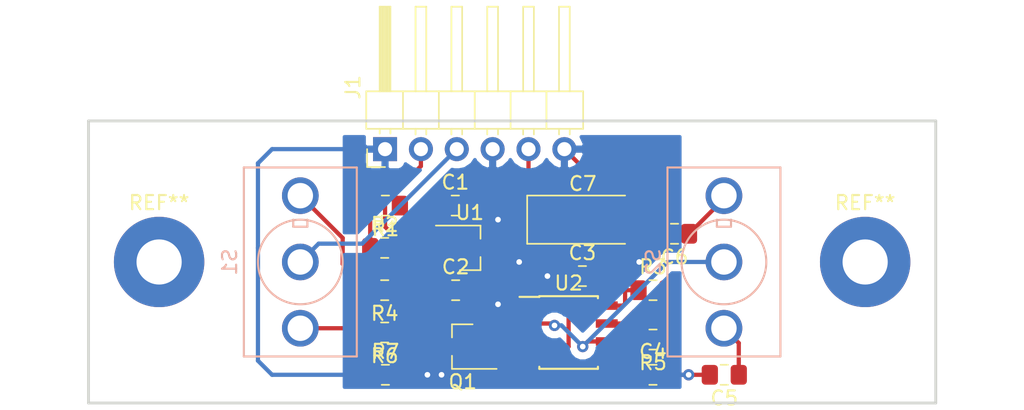
<source format=kicad_pcb>
(kicad_pcb (version 20171130) (host pcbnew 5.0.1+dfsg1-2~bpo9+1)

  (general
    (thickness 1.6)
    (drawings 6)
    (tracks 140)
    (zones 0)
    (modules 22)
    (nets 15)
  )

  (page A4)
  (layers
    (0 F.Cu signal)
    (31 B.Cu signal)
    (32 B.Adhes user)
    (33 F.Adhes user)
    (34 B.Paste user)
    (35 F.Paste user)
    (36 B.SilkS user)
    (37 F.SilkS user)
    (38 B.Mask user)
    (39 F.Mask user)
    (40 Dwgs.User user)
    (41 Cmts.User user)
    (42 Eco1.User user)
    (43 Eco2.User user)
    (44 Edge.Cuts user)
    (45 Margin user)
    (46 B.CrtYd user)
    (47 F.CrtYd user)
    (48 B.Fab user)
    (49 F.Fab user)
  )

  (setup
    (last_trace_width 0.3)
    (trace_clearance 0.2)
    (zone_clearance 0.508)
    (zone_45_only no)
    (trace_min 0.2)
    (segment_width 0.2)
    (edge_width 0.15)
    (via_size 0.8)
    (via_drill 0.4)
    (via_min_size 0.4)
    (via_min_drill 0.3)
    (uvia_size 0.3)
    (uvia_drill 0.1)
    (uvias_allowed no)
    (uvia_min_size 0.2)
    (uvia_min_drill 0.1)
    (pcb_text_width 0.3)
    (pcb_text_size 1.5 1.5)
    (mod_edge_width 0.15)
    (mod_text_size 1 1)
    (mod_text_width 0.15)
    (pad_size 1.524 1.524)
    (pad_drill 0.762)
    (pad_to_mask_clearance 0.2)
    (solder_mask_min_width 0.25)
    (aux_axis_origin 0 0)
    (visible_elements FFFFFF7F)
    (pcbplotparams
      (layerselection 0x010fc_ffffffff)
      (usegerberextensions false)
      (usegerberattributes false)
      (usegerberadvancedattributes false)
      (creategerberjobfile false)
      (excludeedgelayer true)
      (linewidth 0.100000)
      (plotframeref false)
      (viasonmask false)
      (mode 1)
      (useauxorigin false)
      (hpglpennumber 1)
      (hpglpenspeed 20)
      (hpglpendiameter 15.000000)
      (psnegative false)
      (psa4output false)
      (plotreference true)
      (plotvalue true)
      (plotinvisibletext false)
      (padsonsilk false)
      (subtractmaskfromsilk false)
      (outputformat 1)
      (mirror false)
      (drillshape 1)
      (scaleselection 1)
      (outputdirectory ""))
  )

  (net 0 "")
  (net 1 +5V)
  (net 2 "Net-(C2-Pad1)")
  (net 3 GND)
  (net 4 "Net-(C4-Pad1)")
  (net 5 "Net-(C5-Pad1)")
  (net 6 "Net-(C6-Pad1)")
  (net 7 "Net-(Q1-Pad1)")
  (net 8 "Net-(R1-Pad2)")
  (net 9 "Net-(R3-Pad2)")
  (net 10 "Net-(R4-Pad2)")
  (net 11 "Net-(R5-Pad2)")
  (net 12 "Net-(R6-Pad2)")
  (net 13 "Net-(J1-Pad2)")
  (net 14 "Net-(J1-Pad3)")

  (net_class Default "Это класс цепей по умолчанию."
    (clearance 0.2)
    (trace_width 0.3)
    (via_dia 0.8)
    (via_drill 0.4)
    (uvia_dia 0.3)
    (uvia_drill 0.1)
    (add_net +5V)
    (add_net GND)
    (add_net "Net-(C2-Pad1)")
    (add_net "Net-(C4-Pad1)")
    (add_net "Net-(C5-Pad1)")
    (add_net "Net-(C6-Pad1)")
    (add_net "Net-(J1-Pad2)")
    (add_net "Net-(J1-Pad3)")
    (add_net "Net-(Q1-Pad1)")
    (add_net "Net-(R1-Pad2)")
    (add_net "Net-(R3-Pad2)")
    (add_net "Net-(R4-Pad2)")
    (add_net "Net-(R5-Pad2)")
    (add_net "Net-(R6-Pad2)")
  )

  (module Capacitor_SMD:C_0805_2012Metric_Pad1.15x1.40mm_HandSolder (layer F.Cu) (tedit 5B36C52B) (tstamp 5BFAF43A)
    (at 105.975 46)
    (descr "Capacitor SMD 0805 (2012 Metric), square (rectangular) end terminal, IPC_7351 nominal with elongated pad for handsoldering. (Body size source: https://docs.google.com/spreadsheets/d/1BsfQQcO9C6DZCsRaXUlFlo91Tg2WpOkGARC1WS5S8t0/edit?usp=sharing), generated with kicad-footprint-generator")
    (tags "capacitor handsolder")
    (path /5BD81892)
    (attr smd)
    (fp_text reference C1 (at 0 -1.65) (layer F.SilkS)
      (effects (font (size 1 1) (thickness 0.15)))
    )
    (fp_text value 0,1 (at 0 1.65) (layer F.Fab)
      (effects (font (size 1 1) (thickness 0.15)))
    )
    (fp_line (start -1 0.6) (end -1 -0.6) (layer F.Fab) (width 0.1))
    (fp_line (start -1 -0.6) (end 1 -0.6) (layer F.Fab) (width 0.1))
    (fp_line (start 1 -0.6) (end 1 0.6) (layer F.Fab) (width 0.1))
    (fp_line (start 1 0.6) (end -1 0.6) (layer F.Fab) (width 0.1))
    (fp_line (start -0.261252 -0.71) (end 0.261252 -0.71) (layer F.SilkS) (width 0.12))
    (fp_line (start -0.261252 0.71) (end 0.261252 0.71) (layer F.SilkS) (width 0.12))
    (fp_line (start -1.85 0.95) (end -1.85 -0.95) (layer F.CrtYd) (width 0.05))
    (fp_line (start -1.85 -0.95) (end 1.85 -0.95) (layer F.CrtYd) (width 0.05))
    (fp_line (start 1.85 -0.95) (end 1.85 0.95) (layer F.CrtYd) (width 0.05))
    (fp_line (start 1.85 0.95) (end -1.85 0.95) (layer F.CrtYd) (width 0.05))
    (fp_text user %R (at 0 0) (layer F.Fab)
      (effects (font (size 0.5 0.5) (thickness 0.08)))
    )
    (pad 1 smd roundrect (at -1.025 0) (size 1.15 1.4) (layers F.Cu F.Paste F.Mask) (roundrect_rratio 0.217391)
      (net 1 +5V))
    (pad 2 smd roundrect (at 1.025 0) (size 1.15 1.4) (layers F.Cu F.Paste F.Mask) (roundrect_rratio 0.217391)
      (net 3 GND))
    (model ${KISYS3DMOD}/Capacitor_SMD.3dshapes/C_0805_2012Metric.wrl
      (at (xyz 0 0 0))
      (scale (xyz 1 1 1))
      (rotate (xyz 0 0 0))
    )
  )

  (module Capacitor_SMD:C_0805_2012Metric_Pad1.15x1.40mm_HandSolder (layer F.Cu) (tedit 5B36C52B) (tstamp 5BFAF3AA)
    (at 106 52)
    (descr "Capacitor SMD 0805 (2012 Metric), square (rectangular) end terminal, IPC_7351 nominal with elongated pad for handsoldering. (Body size source: https://docs.google.com/spreadsheets/d/1BsfQQcO9C6DZCsRaXUlFlo91Tg2WpOkGARC1WS5S8t0/edit?usp=sharing), generated with kicad-footprint-generator")
    (tags "capacitor handsolder")
    (path /5BD754D6)
    (attr smd)
    (fp_text reference C2 (at 0 -1.65) (layer F.SilkS)
      (effects (font (size 1 1) (thickness 0.15)))
    )
    (fp_text value 0,1 (at 0 1.65) (layer F.Fab)
      (effects (font (size 1 1) (thickness 0.15)))
    )
    (fp_text user %R (at 0 0) (layer F.Fab)
      (effects (font (size 0.5 0.5) (thickness 0.08)))
    )
    (fp_line (start 1.85 0.95) (end -1.85 0.95) (layer F.CrtYd) (width 0.05))
    (fp_line (start 1.85 -0.95) (end 1.85 0.95) (layer F.CrtYd) (width 0.05))
    (fp_line (start -1.85 -0.95) (end 1.85 -0.95) (layer F.CrtYd) (width 0.05))
    (fp_line (start -1.85 0.95) (end -1.85 -0.95) (layer F.CrtYd) (width 0.05))
    (fp_line (start -0.261252 0.71) (end 0.261252 0.71) (layer F.SilkS) (width 0.12))
    (fp_line (start -0.261252 -0.71) (end 0.261252 -0.71) (layer F.SilkS) (width 0.12))
    (fp_line (start 1 0.6) (end -1 0.6) (layer F.Fab) (width 0.1))
    (fp_line (start 1 -0.6) (end 1 0.6) (layer F.Fab) (width 0.1))
    (fp_line (start -1 -0.6) (end 1 -0.6) (layer F.Fab) (width 0.1))
    (fp_line (start -1 0.6) (end -1 -0.6) (layer F.Fab) (width 0.1))
    (pad 2 smd roundrect (at 1.025 0) (size 1.15 1.4) (layers F.Cu F.Paste F.Mask) (roundrect_rratio 0.217391)
      (net 3 GND))
    (pad 1 smd roundrect (at -1.025 0) (size 1.15 1.4) (layers F.Cu F.Paste F.Mask) (roundrect_rratio 0.217391)
      (net 2 "Net-(C2-Pad1)"))
    (model ${KISYS3DMOD}/Capacitor_SMD.3dshapes/C_0805_2012Metric.wrl
      (at (xyz 0 0 0))
      (scale (xyz 1 1 1))
      (rotate (xyz 0 0 0))
    )
  )

  (module Capacitor_SMD:C_0805_2012Metric_Pad1.15x1.40mm_HandSolder (layer F.Cu) (tedit 5B36C52B) (tstamp 5BFB0063)
    (at 114.975 51)
    (descr "Capacitor SMD 0805 (2012 Metric), square (rectangular) end terminal, IPC_7351 nominal with elongated pad for handsoldering. (Body size source: https://docs.google.com/spreadsheets/d/1BsfQQcO9C6DZCsRaXUlFlo91Tg2WpOkGARC1WS5S8t0/edit?usp=sharing), generated with kicad-footprint-generator")
    (tags "capacitor handsolder")
    (path /5BD85AB9)
    (attr smd)
    (fp_text reference C3 (at 0 -1.65) (layer F.SilkS)
      (effects (font (size 1 1) (thickness 0.15)))
    )
    (fp_text value 0,1 (at 0 1.65) (layer F.Fab)
      (effects (font (size 1 1) (thickness 0.15)))
    )
    (fp_text user %R (at 0 0) (layer F.Fab)
      (effects (font (size 0.5 0.5) (thickness 0.08)))
    )
    (fp_line (start 1.85 0.95) (end -1.85 0.95) (layer F.CrtYd) (width 0.05))
    (fp_line (start 1.85 -0.95) (end 1.85 0.95) (layer F.CrtYd) (width 0.05))
    (fp_line (start -1.85 -0.95) (end 1.85 -0.95) (layer F.CrtYd) (width 0.05))
    (fp_line (start -1.85 0.95) (end -1.85 -0.95) (layer F.CrtYd) (width 0.05))
    (fp_line (start -0.261252 0.71) (end 0.261252 0.71) (layer F.SilkS) (width 0.12))
    (fp_line (start -0.261252 -0.71) (end 0.261252 -0.71) (layer F.SilkS) (width 0.12))
    (fp_line (start 1 0.6) (end -1 0.6) (layer F.Fab) (width 0.1))
    (fp_line (start 1 -0.6) (end 1 0.6) (layer F.Fab) (width 0.1))
    (fp_line (start -1 -0.6) (end 1 -0.6) (layer F.Fab) (width 0.1))
    (fp_line (start -1 0.6) (end -1 -0.6) (layer F.Fab) (width 0.1))
    (pad 2 smd roundrect (at 1.025 0) (size 1.15 1.4) (layers F.Cu F.Paste F.Mask) (roundrect_rratio 0.217391)
      (net 1 +5V))
    (pad 1 smd roundrect (at -1.025 0) (size 1.15 1.4) (layers F.Cu F.Paste F.Mask) (roundrect_rratio 0.217391)
      (net 3 GND))
    (model ${KISYS3DMOD}/Capacitor_SMD.3dshapes/C_0805_2012Metric.wrl
      (at (xyz 0 0 0))
      (scale (xyz 1 1 1))
      (rotate (xyz 0 0 0))
    )
  )

  (module Capacitor_SMD:C_0805_2012Metric_Pad1.15x1.40mm_HandSolder (layer F.Cu) (tedit 5B36C52B) (tstamp 5BFB0147)
    (at 119.975 58)
    (descr "Capacitor SMD 0805 (2012 Metric), square (rectangular) end terminal, IPC_7351 nominal with elongated pad for handsoldering. (Body size source: https://docs.google.com/spreadsheets/d/1BsfQQcO9C6DZCsRaXUlFlo91Tg2WpOkGARC1WS5S8t0/edit?usp=sharing), generated with kicad-footprint-generator")
    (tags "capacitor handsolder")
    (path /5BD822BB)
    (attr smd)
    (fp_text reference C4 (at 0 -1.65) (layer F.SilkS)
      (effects (font (size 1 1) (thickness 0.15)))
    )
    (fp_text value 0,01 (at 0 1.65) (layer F.Fab)
      (effects (font (size 1 1) (thickness 0.15)))
    )
    (fp_text user %R (at 0 0) (layer F.Fab)
      (effects (font (size 0.5 0.5) (thickness 0.08)))
    )
    (fp_line (start 1.85 0.95) (end -1.85 0.95) (layer F.CrtYd) (width 0.05))
    (fp_line (start 1.85 -0.95) (end 1.85 0.95) (layer F.CrtYd) (width 0.05))
    (fp_line (start -1.85 -0.95) (end 1.85 -0.95) (layer F.CrtYd) (width 0.05))
    (fp_line (start -1.85 0.95) (end -1.85 -0.95) (layer F.CrtYd) (width 0.05))
    (fp_line (start -0.261252 0.71) (end 0.261252 0.71) (layer F.SilkS) (width 0.12))
    (fp_line (start -0.261252 -0.71) (end 0.261252 -0.71) (layer F.SilkS) (width 0.12))
    (fp_line (start 1 0.6) (end -1 0.6) (layer F.Fab) (width 0.1))
    (fp_line (start 1 -0.6) (end 1 0.6) (layer F.Fab) (width 0.1))
    (fp_line (start -1 -0.6) (end 1 -0.6) (layer F.Fab) (width 0.1))
    (fp_line (start -1 0.6) (end -1 -0.6) (layer F.Fab) (width 0.1))
    (pad 2 smd roundrect (at 1.025 0) (size 1.15 1.4) (layers F.Cu F.Paste F.Mask) (roundrect_rratio 0.217391)
      (net 3 GND))
    (pad 1 smd roundrect (at -1.025 0) (size 1.15 1.4) (layers F.Cu F.Paste F.Mask) (roundrect_rratio 0.217391)
      (net 4 "Net-(C4-Pad1)"))
    (model ${KISYS3DMOD}/Capacitor_SMD.3dshapes/C_0805_2012Metric.wrl
      (at (xyz 0 0 0))
      (scale (xyz 1 1 1))
      (rotate (xyz 0 0 0))
    )
  )

  (module Capacitor_SMD:C_0805_2012Metric_Pad1.15x1.40mm_HandSolder (layer F.Cu) (tedit 5B36C52B) (tstamp 5BFAF40A)
    (at 125.025 58 180)
    (descr "Capacitor SMD 0805 (2012 Metric), square (rectangular) end terminal, IPC_7351 nominal with elongated pad for handsoldering. (Body size source: https://docs.google.com/spreadsheets/d/1BsfQQcO9C6DZCsRaXUlFlo91Tg2WpOkGARC1WS5S8t0/edit?usp=sharing), generated with kicad-footprint-generator")
    (tags "capacitor handsolder")
    (path /5BD82DAB)
    (attr smd)
    (fp_text reference C5 (at 0 -1.65 180) (layer F.SilkS)
      (effects (font (size 1 1) (thickness 0.15)))
    )
    (fp_text value 0,1 (at 0 1.65 180) (layer F.Fab)
      (effects (font (size 1 1) (thickness 0.15)))
    )
    (fp_line (start -1 0.6) (end -1 -0.6) (layer F.Fab) (width 0.1))
    (fp_line (start -1 -0.6) (end 1 -0.6) (layer F.Fab) (width 0.1))
    (fp_line (start 1 -0.6) (end 1 0.6) (layer F.Fab) (width 0.1))
    (fp_line (start 1 0.6) (end -1 0.6) (layer F.Fab) (width 0.1))
    (fp_line (start -0.261252 -0.71) (end 0.261252 -0.71) (layer F.SilkS) (width 0.12))
    (fp_line (start -0.261252 0.71) (end 0.261252 0.71) (layer F.SilkS) (width 0.12))
    (fp_line (start -1.85 0.95) (end -1.85 -0.95) (layer F.CrtYd) (width 0.05))
    (fp_line (start -1.85 -0.95) (end 1.85 -0.95) (layer F.CrtYd) (width 0.05))
    (fp_line (start 1.85 -0.95) (end 1.85 0.95) (layer F.CrtYd) (width 0.05))
    (fp_line (start 1.85 0.95) (end -1.85 0.95) (layer F.CrtYd) (width 0.05))
    (fp_text user %R (at 0 0 180) (layer F.Fab)
      (effects (font (size 0.5 0.5) (thickness 0.08)))
    )
    (pad 1 smd roundrect (at -1.025 0 180) (size 1.15 1.4) (layers F.Cu F.Paste F.Mask) (roundrect_rratio 0.217391)
      (net 5 "Net-(C5-Pad1)"))
    (pad 2 smd roundrect (at 1.025 0 180) (size 1.15 1.4) (layers F.Cu F.Paste F.Mask) (roundrect_rratio 0.217391)
      (net 3 GND))
    (model ${KISYS3DMOD}/Capacitor_SMD.3dshapes/C_0805_2012Metric.wrl
      (at (xyz 0 0 0))
      (scale (xyz 1 1 1))
      (rotate (xyz 0 0 0))
    )
  )

  (module Capacitor_SMD:C_0805_2012Metric_Pad1.15x1.40mm_HandSolder (layer F.Cu) (tedit 5B36C52B) (tstamp 5BFAF2DE)
    (at 121.5 48 180)
    (descr "Capacitor SMD 0805 (2012 Metric), square (rectangular) end terminal, IPC_7351 nominal with elongated pad for handsoldering. (Body size source: https://docs.google.com/spreadsheets/d/1BsfQQcO9C6DZCsRaXUlFlo91Tg2WpOkGARC1WS5S8t0/edit?usp=sharing), generated with kicad-footprint-generator")
    (tags "capacitor handsolder")
    (path /5BD88FA9)
    (attr smd)
    (fp_text reference C6 (at 0 -1.65 180) (layer F.SilkS)
      (effects (font (size 1 1) (thickness 0.15)))
    )
    (fp_text value 0,01 (at 0 1.65 180) (layer F.Fab)
      (effects (font (size 1 1) (thickness 0.15)))
    )
    (fp_line (start -1 0.6) (end -1 -0.6) (layer F.Fab) (width 0.1))
    (fp_line (start -1 -0.6) (end 1 -0.6) (layer F.Fab) (width 0.1))
    (fp_line (start 1 -0.6) (end 1 0.6) (layer F.Fab) (width 0.1))
    (fp_line (start 1 0.6) (end -1 0.6) (layer F.Fab) (width 0.1))
    (fp_line (start -0.261252 -0.71) (end 0.261252 -0.71) (layer F.SilkS) (width 0.12))
    (fp_line (start -0.261252 0.71) (end 0.261252 0.71) (layer F.SilkS) (width 0.12))
    (fp_line (start -1.85 0.95) (end -1.85 -0.95) (layer F.CrtYd) (width 0.05))
    (fp_line (start -1.85 -0.95) (end 1.85 -0.95) (layer F.CrtYd) (width 0.05))
    (fp_line (start 1.85 -0.95) (end 1.85 0.95) (layer F.CrtYd) (width 0.05))
    (fp_line (start 1.85 0.95) (end -1.85 0.95) (layer F.CrtYd) (width 0.05))
    (fp_text user %R (at 0 0 180) (layer F.Fab)
      (effects (font (size 0.5 0.5) (thickness 0.08)))
    )
    (pad 1 smd roundrect (at -1.025 0 180) (size 1.15 1.4) (layers F.Cu F.Paste F.Mask) (roundrect_rratio 0.217391)
      (net 6 "Net-(C6-Pad1)"))
    (pad 2 smd roundrect (at 1.025 0 180) (size 1.15 1.4) (layers F.Cu F.Paste F.Mask) (roundrect_rratio 0.217391)
      (net 3 GND))
    (model ${KISYS3DMOD}/Capacitor_SMD.3dshapes/C_0805_2012Metric.wrl
      (at (xyz 0 0 0))
      (scale (xyz 1 1 1))
      (rotate (xyz 0 0 0))
    )
  )

  (module Capacitor_Tantalum_SMD:CP_EIA-6032-28_Kemet-C_Pad2.25x2.35mm_HandSolder (layer F.Cu) (tedit 5B301BBE) (tstamp 5BFAF742)
    (at 115 47)
    (descr "Tantalum Capacitor SMD Kemet-C (6032-28 Metric), IPC_7351 nominal, (Body size from: http://www.kemet.com/Lists/ProductCatalog/Attachments/253/KEM_TC101_STD.pdf), generated with kicad-footprint-generator")
    (tags "capacitor tantalum")
    (path /5BD9BB6F)
    (attr smd)
    (fp_text reference C7 (at 0 -2.55) (layer F.SilkS)
      (effects (font (size 1 1) (thickness 0.15)))
    )
    (fp_text value CP1 (at 0 2.55) (layer F.Fab)
      (effects (font (size 1 1) (thickness 0.15)))
    )
    (fp_line (start 3 -1.6) (end -2.2 -1.6) (layer F.Fab) (width 0.1))
    (fp_line (start -2.2 -1.6) (end -3 -0.8) (layer F.Fab) (width 0.1))
    (fp_line (start -3 -0.8) (end -3 1.6) (layer F.Fab) (width 0.1))
    (fp_line (start -3 1.6) (end 3 1.6) (layer F.Fab) (width 0.1))
    (fp_line (start 3 1.6) (end 3 -1.6) (layer F.Fab) (width 0.1))
    (fp_line (start 3 -1.71) (end -3.935 -1.71) (layer F.SilkS) (width 0.12))
    (fp_line (start -3.935 -1.71) (end -3.935 1.71) (layer F.SilkS) (width 0.12))
    (fp_line (start -3.935 1.71) (end 3 1.71) (layer F.SilkS) (width 0.12))
    (fp_line (start -3.92 1.85) (end -3.92 -1.85) (layer F.CrtYd) (width 0.05))
    (fp_line (start -3.92 -1.85) (end 3.92 -1.85) (layer F.CrtYd) (width 0.05))
    (fp_line (start 3.92 -1.85) (end 3.92 1.85) (layer F.CrtYd) (width 0.05))
    (fp_line (start 3.92 1.85) (end -3.92 1.85) (layer F.CrtYd) (width 0.05))
    (fp_text user %R (at 0 0) (layer F.Fab)
      (effects (font (size 1 1) (thickness 0.15)))
    )
    (pad 1 smd roundrect (at -2.55 0) (size 2.25 2.35) (layers F.Cu F.Paste F.Mask) (roundrect_rratio 0.111111)
      (net 1 +5V))
    (pad 2 smd roundrect (at 2.55 0) (size 2.25 2.35) (layers F.Cu F.Paste F.Mask) (roundrect_rratio 0.111111)
      (net 3 GND))
    (model ${KISYS3DMOD}/Capacitor_Tantalum_SMD.3dshapes/CP_EIA-6032-28_Kemet-C.wrl
      (at (xyz 0 0 0))
      (scale (xyz 1 1 1))
      (rotate (xyz 0 0 0))
    )
  )

  (module Package_TO_SOT_SMD:SOT-23_Handsoldering (layer F.Cu) (tedit 5A0AB76C) (tstamp 5BFAF708)
    (at 106.5 56 180)
    (descr "SOT-23, Handsoldering")
    (tags SOT-23)
    (path /5BD8B992)
    (attr smd)
    (fp_text reference Q1 (at 0 -2.5 180) (layer F.SilkS)
      (effects (font (size 1 1) (thickness 0.15)))
    )
    (fp_text value 2N7002 (at 0 2.5 180) (layer F.Fab)
      (effects (font (size 1 1) (thickness 0.15)))
    )
    (fp_line (start 0.76 1.58) (end -0.7 1.58) (layer F.SilkS) (width 0.12))
    (fp_line (start -0.7 1.52) (end 0.7 1.52) (layer F.Fab) (width 0.1))
    (fp_line (start 0.7 -1.52) (end 0.7 1.52) (layer F.Fab) (width 0.1))
    (fp_line (start -0.7 -0.95) (end -0.15 -1.52) (layer F.Fab) (width 0.1))
    (fp_line (start -0.15 -1.52) (end 0.7 -1.52) (layer F.Fab) (width 0.1))
    (fp_line (start -0.7 -0.95) (end -0.7 1.5) (layer F.Fab) (width 0.1))
    (fp_line (start 0.76 -1.58) (end -2.4 -1.58) (layer F.SilkS) (width 0.12))
    (fp_line (start -2.7 1.75) (end -2.7 -1.75) (layer F.CrtYd) (width 0.05))
    (fp_line (start 2.7 1.75) (end -2.7 1.75) (layer F.CrtYd) (width 0.05))
    (fp_line (start 2.7 -1.75) (end 2.7 1.75) (layer F.CrtYd) (width 0.05))
    (fp_line (start -2.7 -1.75) (end 2.7 -1.75) (layer F.CrtYd) (width 0.05))
    (fp_line (start 0.76 -1.58) (end 0.76 -0.65) (layer F.SilkS) (width 0.12))
    (fp_line (start 0.76 1.58) (end 0.76 0.65) (layer F.SilkS) (width 0.12))
    (fp_text user %R (at 0 0 270) (layer F.Fab)
      (effects (font (size 0.5 0.5) (thickness 0.075)))
    )
    (pad 3 smd rect (at 1.5 0 180) (size 1.9 0.8) (layers F.Cu F.Paste F.Mask)
      (net 13 "Net-(J1-Pad2)"))
    (pad 2 smd rect (at -1.5 0.95 180) (size 1.9 0.8) (layers F.Cu F.Paste F.Mask)
      (net 3 GND))
    (pad 1 smd rect (at -1.5 -0.95 180) (size 1.9 0.8) (layers F.Cu F.Paste F.Mask)
      (net 7 "Net-(Q1-Pad1)"))
    (model ${KISYS3DMOD}/Package_TO_SOT_SMD.3dshapes/SOT-23.wrl
      (at (xyz 0 0 0))
      (scale (xyz 1 1 1))
      (rotate (xyz 0 0 0))
    )
  )

  (module Resistor_SMD:R_0805_2012Metric_Pad1.15x1.40mm_HandSolder (layer F.Cu) (tedit 5B36C52B) (tstamp 5BFAF52A)
    (at 101.025 46 180)
    (descr "Resistor SMD 0805 (2012 Metric), square (rectangular) end terminal, IPC_7351 nominal with elongated pad for handsoldering. (Body size source: https://docs.google.com/spreadsheets/d/1BsfQQcO9C6DZCsRaXUlFlo91Tg2WpOkGARC1WS5S8t0/edit?usp=sharing), generated with kicad-footprint-generator")
    (tags "resistor handsolder")
    (path /5BD97984)
    (attr smd)
    (fp_text reference R1 (at 0 -1.65 180) (layer F.SilkS)
      (effects (font (size 1 1) (thickness 0.15)))
    )
    (fp_text value 51k (at 0 1.65 180) (layer F.Fab)
      (effects (font (size 1 1) (thickness 0.15)))
    )
    (fp_line (start -1 0.6) (end -1 -0.6) (layer F.Fab) (width 0.1))
    (fp_line (start -1 -0.6) (end 1 -0.6) (layer F.Fab) (width 0.1))
    (fp_line (start 1 -0.6) (end 1 0.6) (layer F.Fab) (width 0.1))
    (fp_line (start 1 0.6) (end -1 0.6) (layer F.Fab) (width 0.1))
    (fp_line (start -0.261252 -0.71) (end 0.261252 -0.71) (layer F.SilkS) (width 0.12))
    (fp_line (start -0.261252 0.71) (end 0.261252 0.71) (layer F.SilkS) (width 0.12))
    (fp_line (start -1.85 0.95) (end -1.85 -0.95) (layer F.CrtYd) (width 0.05))
    (fp_line (start -1.85 -0.95) (end 1.85 -0.95) (layer F.CrtYd) (width 0.05))
    (fp_line (start 1.85 -0.95) (end 1.85 0.95) (layer F.CrtYd) (width 0.05))
    (fp_line (start 1.85 0.95) (end -1.85 0.95) (layer F.CrtYd) (width 0.05))
    (fp_text user %R (at 0 0 180) (layer F.Fab)
      (effects (font (size 0.5 0.5) (thickness 0.08)))
    )
    (pad 1 smd roundrect (at -1.025 0 180) (size 1.15 1.4) (layers F.Cu F.Paste F.Mask) (roundrect_rratio 0.217391)
      (net 2 "Net-(C2-Pad1)"))
    (pad 2 smd roundrect (at 1.025 0 180) (size 1.15 1.4) (layers F.Cu F.Paste F.Mask) (roundrect_rratio 0.217391)
      (net 8 "Net-(R1-Pad2)"))
    (model ${KISYS3DMOD}/Resistor_SMD.3dshapes/R_0805_2012Metric.wrl
      (at (xyz 0 0 0))
      (scale (xyz 1 1 1))
      (rotate (xyz 0 0 0))
    )
  )

  (module Resistor_SMD:R_0805_2012Metric_Pad1.15x1.40mm_HandSolder (layer F.Cu) (tedit 5B36C52B) (tstamp 5BFAFD13)
    (at 100.975 49)
    (descr "Resistor SMD 0805 (2012 Metric), square (rectangular) end terminal, IPC_7351 nominal with elongated pad for handsoldering. (Body size source: https://docs.google.com/spreadsheets/d/1BsfQQcO9C6DZCsRaXUlFlo91Tg2WpOkGARC1WS5S8t0/edit?usp=sharing), generated with kicad-footprint-generator")
    (tags "resistor handsolder")
    (path /5BD8E464)
    (attr smd)
    (fp_text reference R2 (at 0 -1.65) (layer F.SilkS)
      (effects (font (size 1 1) (thickness 0.15)))
    )
    (fp_text value 300k (at 0 1.65) (layer F.Fab)
      (effects (font (size 1 1) (thickness 0.15)))
    )
    (fp_line (start -1 0.6) (end -1 -0.6) (layer F.Fab) (width 0.1))
    (fp_line (start -1 -0.6) (end 1 -0.6) (layer F.Fab) (width 0.1))
    (fp_line (start 1 -0.6) (end 1 0.6) (layer F.Fab) (width 0.1))
    (fp_line (start 1 0.6) (end -1 0.6) (layer F.Fab) (width 0.1))
    (fp_line (start -0.261252 -0.71) (end 0.261252 -0.71) (layer F.SilkS) (width 0.12))
    (fp_line (start -0.261252 0.71) (end 0.261252 0.71) (layer F.SilkS) (width 0.12))
    (fp_line (start -1.85 0.95) (end -1.85 -0.95) (layer F.CrtYd) (width 0.05))
    (fp_line (start -1.85 -0.95) (end 1.85 -0.95) (layer F.CrtYd) (width 0.05))
    (fp_line (start 1.85 -0.95) (end 1.85 0.95) (layer F.CrtYd) (width 0.05))
    (fp_line (start 1.85 0.95) (end -1.85 0.95) (layer F.CrtYd) (width 0.05))
    (fp_text user %R (at 0 0) (layer F.Fab)
      (effects (font (size 0.5 0.5) (thickness 0.08)))
    )
    (pad 1 smd roundrect (at -1.025 0) (size 1.15 1.4) (layers F.Cu F.Paste F.Mask) (roundrect_rratio 0.217391)
      (net 8 "Net-(R1-Pad2)"))
    (pad 2 smd roundrect (at 1.025 0) (size 1.15 1.4) (layers F.Cu F.Paste F.Mask) (roundrect_rratio 0.217391)
      (net 13 "Net-(J1-Pad2)"))
    (model ${KISYS3DMOD}/Resistor_SMD.3dshapes/R_0805_2012Metric.wrl
      (at (xyz 0 0 0))
      (scale (xyz 1 1 1))
      (rotate (xyz 0 0 0))
    )
  )

  (module Resistor_SMD:R_0805_2012Metric_Pad1.15x1.40mm_HandSolder (layer F.Cu) (tedit 5B36C52B) (tstamp 5BFB00C3)
    (at 119.975 52)
    (descr "Resistor SMD 0805 (2012 Metric), square (rectangular) end terminal, IPC_7351 nominal with elongated pad for handsoldering. (Body size source: https://docs.google.com/spreadsheets/d/1BsfQQcO9C6DZCsRaXUlFlo91Tg2WpOkGARC1WS5S8t0/edit?usp=sharing), generated with kicad-footprint-generator")
    (tags "resistor handsolder")
    (path /5BD8438D)
    (attr smd)
    (fp_text reference R3 (at 0 -1.65) (layer F.SilkS)
      (effects (font (size 1 1) (thickness 0.15)))
    )
    (fp_text value 150k (at 0 1.65) (layer F.Fab)
      (effects (font (size 1 1) (thickness 0.15)))
    )
    (fp_line (start -1 0.6) (end -1 -0.6) (layer F.Fab) (width 0.1))
    (fp_line (start -1 -0.6) (end 1 -0.6) (layer F.Fab) (width 0.1))
    (fp_line (start 1 -0.6) (end 1 0.6) (layer F.Fab) (width 0.1))
    (fp_line (start 1 0.6) (end -1 0.6) (layer F.Fab) (width 0.1))
    (fp_line (start -0.261252 -0.71) (end 0.261252 -0.71) (layer F.SilkS) (width 0.12))
    (fp_line (start -0.261252 0.71) (end 0.261252 0.71) (layer F.SilkS) (width 0.12))
    (fp_line (start -1.85 0.95) (end -1.85 -0.95) (layer F.CrtYd) (width 0.05))
    (fp_line (start -1.85 -0.95) (end 1.85 -0.95) (layer F.CrtYd) (width 0.05))
    (fp_line (start 1.85 -0.95) (end 1.85 0.95) (layer F.CrtYd) (width 0.05))
    (fp_line (start 1.85 0.95) (end -1.85 0.95) (layer F.CrtYd) (width 0.05))
    (fp_text user %R (at 0 0) (layer F.Fab)
      (effects (font (size 0.5 0.5) (thickness 0.08)))
    )
    (pad 1 smd roundrect (at -1.025 0) (size 1.15 1.4) (layers F.Cu F.Paste F.Mask) (roundrect_rratio 0.217391)
      (net 1 +5V))
    (pad 2 smd roundrect (at 1.025 0) (size 1.15 1.4) (layers F.Cu F.Paste F.Mask) (roundrect_rratio 0.217391)
      (net 9 "Net-(R3-Pad2)"))
    (model ${KISYS3DMOD}/Resistor_SMD.3dshapes/R_0805_2012Metric.wrl
      (at (xyz 0 0 0))
      (scale (xyz 1 1 1))
      (rotate (xyz 0 0 0))
    )
  )

  (module Resistor_SMD:R_0805_2012Metric_Pad1.15x1.40mm_HandSolder (layer F.Cu) (tedit 5B36C52B) (tstamp 5BFAF34A)
    (at 100.975 52 180)
    (descr "Resistor SMD 0805 (2012 Metric), square (rectangular) end terminal, IPC_7351 nominal with elongated pad for handsoldering. (Body size source: https://docs.google.com/spreadsheets/d/1BsfQQcO9C6DZCsRaXUlFlo91Tg2WpOkGARC1WS5S8t0/edit?usp=sharing), generated with kicad-footprint-generator")
    (tags "resistor handsolder")
    (path /5BD8E358)
    (attr smd)
    (fp_text reference R4 (at 0 -1.65 180) (layer F.SilkS)
      (effects (font (size 1 1) (thickness 0.15)))
    )
    (fp_text value 330k (at 0 1.65 180) (layer F.Fab)
      (effects (font (size 1 1) (thickness 0.15)))
    )
    (fp_text user %R (at 0 0 180) (layer F.Fab)
      (effects (font (size 0.5 0.5) (thickness 0.08)))
    )
    (fp_line (start 1.85 0.95) (end -1.85 0.95) (layer F.CrtYd) (width 0.05))
    (fp_line (start 1.85 -0.95) (end 1.85 0.95) (layer F.CrtYd) (width 0.05))
    (fp_line (start -1.85 -0.95) (end 1.85 -0.95) (layer F.CrtYd) (width 0.05))
    (fp_line (start -1.85 0.95) (end -1.85 -0.95) (layer F.CrtYd) (width 0.05))
    (fp_line (start -0.261252 0.71) (end 0.261252 0.71) (layer F.SilkS) (width 0.12))
    (fp_line (start -0.261252 -0.71) (end 0.261252 -0.71) (layer F.SilkS) (width 0.12))
    (fp_line (start 1 0.6) (end -1 0.6) (layer F.Fab) (width 0.1))
    (fp_line (start 1 -0.6) (end 1 0.6) (layer F.Fab) (width 0.1))
    (fp_line (start -1 -0.6) (end 1 -0.6) (layer F.Fab) (width 0.1))
    (fp_line (start -1 0.6) (end -1 -0.6) (layer F.Fab) (width 0.1))
    (pad 2 smd roundrect (at 1.025 0 180) (size 1.15 1.4) (layers F.Cu F.Paste F.Mask) (roundrect_rratio 0.217391)
      (net 10 "Net-(R4-Pad2)"))
    (pad 1 smd roundrect (at -1.025 0 180) (size 1.15 1.4) (layers F.Cu F.Paste F.Mask) (roundrect_rratio 0.217391)
      (net 13 "Net-(J1-Pad2)"))
    (model ${KISYS3DMOD}/Resistor_SMD.3dshapes/R_0805_2012Metric.wrl
      (at (xyz 0 0 0))
      (scale (xyz 1 1 1))
      (rotate (xyz 0 0 0))
    )
  )

  (module Resistor_SMD:R_0805_2012Metric_Pad1.15x1.40mm_HandSolder (layer F.Cu) (tedit 5B36C52B) (tstamp 5BFB0093)
    (at 119.975 55.5 180)
    (descr "Resistor SMD 0805 (2012 Metric), square (rectangular) end terminal, IPC_7351 nominal with elongated pad for handsoldering. (Body size source: https://docs.google.com/spreadsheets/d/1BsfQQcO9C6DZCsRaXUlFlo91Tg2WpOkGARC1WS5S8t0/edit?usp=sharing), generated with kicad-footprint-generator")
    (tags "resistor handsolder")
    (path /5BD83367)
    (attr smd)
    (fp_text reference R5 (at 0 -1.65 180) (layer F.SilkS)
      (effects (font (size 1 1) (thickness 0.15)))
    )
    (fp_text value 150k (at 0 1.65 180) (layer F.Fab)
      (effects (font (size 1 1) (thickness 0.15)))
    )
    (fp_text user %R (at 0 0 180) (layer F.Fab)
      (effects (font (size 0.5 0.5) (thickness 0.08)))
    )
    (fp_line (start 1.85 0.95) (end -1.85 0.95) (layer F.CrtYd) (width 0.05))
    (fp_line (start 1.85 -0.95) (end 1.85 0.95) (layer F.CrtYd) (width 0.05))
    (fp_line (start -1.85 -0.95) (end 1.85 -0.95) (layer F.CrtYd) (width 0.05))
    (fp_line (start -1.85 0.95) (end -1.85 -0.95) (layer F.CrtYd) (width 0.05))
    (fp_line (start -0.261252 0.71) (end 0.261252 0.71) (layer F.SilkS) (width 0.12))
    (fp_line (start -0.261252 -0.71) (end 0.261252 -0.71) (layer F.SilkS) (width 0.12))
    (fp_line (start 1 0.6) (end -1 0.6) (layer F.Fab) (width 0.1))
    (fp_line (start 1 -0.6) (end 1 0.6) (layer F.Fab) (width 0.1))
    (fp_line (start -1 -0.6) (end 1 -0.6) (layer F.Fab) (width 0.1))
    (fp_line (start -1 0.6) (end -1 -0.6) (layer F.Fab) (width 0.1))
    (pad 2 smd roundrect (at 1.025 0 180) (size 1.15 1.4) (layers F.Cu F.Paste F.Mask) (roundrect_rratio 0.217391)
      (net 11 "Net-(R5-Pad2)"))
    (pad 1 smd roundrect (at -1.025 0 180) (size 1.15 1.4) (layers F.Cu F.Paste F.Mask) (roundrect_rratio 0.217391)
      (net 9 "Net-(R3-Pad2)"))
    (model ${KISYS3DMOD}/Resistor_SMD.3dshapes/R_0805_2012Metric.wrl
      (at (xyz 0 0 0))
      (scale (xyz 1 1 1))
      (rotate (xyz 0 0 0))
    )
  )

  (module Resistor_SMD:R_0805_2012Metric_Pad1.15x1.40mm_HandSolder (layer F.Cu) (tedit 5B36C52B) (tstamp 5BFAF2AE)
    (at 100.975 55 180)
    (descr "Resistor SMD 0805 (2012 Metric), square (rectangular) end terminal, IPC_7351 nominal with elongated pad for handsoldering. (Body size source: https://docs.google.com/spreadsheets/d/1BsfQQcO9C6DZCsRaXUlFlo91Tg2WpOkGARC1WS5S8t0/edit?usp=sharing), generated with kicad-footprint-generator")
    (tags "resistor handsolder")
    (path /5BD90F33)
    (attr smd)
    (fp_text reference R6 (at 0 -1.65 180) (layer F.SilkS)
      (effects (font (size 1 1) (thickness 0.15)))
    )
    (fp_text value 300 (at 0 1.65 180) (layer F.Fab)
      (effects (font (size 1 1) (thickness 0.15)))
    )
    (fp_line (start -1 0.6) (end -1 -0.6) (layer F.Fab) (width 0.1))
    (fp_line (start -1 -0.6) (end 1 -0.6) (layer F.Fab) (width 0.1))
    (fp_line (start 1 -0.6) (end 1 0.6) (layer F.Fab) (width 0.1))
    (fp_line (start 1 0.6) (end -1 0.6) (layer F.Fab) (width 0.1))
    (fp_line (start -0.261252 -0.71) (end 0.261252 -0.71) (layer F.SilkS) (width 0.12))
    (fp_line (start -0.261252 0.71) (end 0.261252 0.71) (layer F.SilkS) (width 0.12))
    (fp_line (start -1.85 0.95) (end -1.85 -0.95) (layer F.CrtYd) (width 0.05))
    (fp_line (start -1.85 -0.95) (end 1.85 -0.95) (layer F.CrtYd) (width 0.05))
    (fp_line (start 1.85 -0.95) (end 1.85 0.95) (layer F.CrtYd) (width 0.05))
    (fp_line (start 1.85 0.95) (end -1.85 0.95) (layer F.CrtYd) (width 0.05))
    (fp_text user %R (at 0 0 180) (layer F.Fab)
      (effects (font (size 0.5 0.5) (thickness 0.08)))
    )
    (pad 1 smd roundrect (at -1.025 0 180) (size 1.15 1.4) (layers F.Cu F.Paste F.Mask) (roundrect_rratio 0.217391)
      (net 10 "Net-(R4-Pad2)"))
    (pad 2 smd roundrect (at 1.025 0 180) (size 1.15 1.4) (layers F.Cu F.Paste F.Mask) (roundrect_rratio 0.217391)
      (net 12 "Net-(R6-Pad2)"))
    (model ${KISYS3DMOD}/Resistor_SMD.3dshapes/R_0805_2012Metric.wrl
      (at (xyz 0 0 0))
      (scale (xyz 1 1 1))
      (rotate (xyz 0 0 0))
    )
  )

  (module Resistor_SMD:R_0805_2012Metric_Pad1.15x1.40mm_HandSolder (layer F.Cu) (tedit 5B36C52B) (tstamp 5BFAF37A)
    (at 101.025 58)
    (descr "Resistor SMD 0805 (2012 Metric), square (rectangular) end terminal, IPC_7351 nominal with elongated pad for handsoldering. (Body size source: https://docs.google.com/spreadsheets/d/1BsfQQcO9C6DZCsRaXUlFlo91Tg2WpOkGARC1WS5S8t0/edit?usp=sharing), generated with kicad-footprint-generator")
    (tags "resistor handsolder")
    (path /5BD910AD)
    (attr smd)
    (fp_text reference R7 (at 0 -1.65) (layer F.SilkS)
      (effects (font (size 1 1) (thickness 0.15)))
    )
    (fp_text value 33 (at 0 1.65) (layer F.Fab)
      (effects (font (size 1 1) (thickness 0.15)))
    )
    (fp_text user %R (at 0 0) (layer F.Fab)
      (effects (font (size 0.5 0.5) (thickness 0.08)))
    )
    (fp_line (start 1.85 0.95) (end -1.85 0.95) (layer F.CrtYd) (width 0.05))
    (fp_line (start 1.85 -0.95) (end 1.85 0.95) (layer F.CrtYd) (width 0.05))
    (fp_line (start -1.85 -0.95) (end 1.85 -0.95) (layer F.CrtYd) (width 0.05))
    (fp_line (start -1.85 0.95) (end -1.85 -0.95) (layer F.CrtYd) (width 0.05))
    (fp_line (start -0.261252 0.71) (end 0.261252 0.71) (layer F.SilkS) (width 0.12))
    (fp_line (start -0.261252 -0.71) (end 0.261252 -0.71) (layer F.SilkS) (width 0.12))
    (fp_line (start 1 0.6) (end -1 0.6) (layer F.Fab) (width 0.1))
    (fp_line (start 1 -0.6) (end 1 0.6) (layer F.Fab) (width 0.1))
    (fp_line (start -1 -0.6) (end 1 -0.6) (layer F.Fab) (width 0.1))
    (fp_line (start -1 0.6) (end -1 -0.6) (layer F.Fab) (width 0.1))
    (pad 2 smd roundrect (at 1.025 0) (size 1.15 1.4) (layers F.Cu F.Paste F.Mask) (roundrect_rratio 0.217391)
      (net 3 GND))
    (pad 1 smd roundrect (at -1.025 0) (size 1.15 1.4) (layers F.Cu F.Paste F.Mask) (roundrect_rratio 0.217391)
      (net 12 "Net-(R6-Pad2)"))
    (model ${KISYS3DMOD}/Resistor_SMD.3dshapes/R_0805_2012Metric.wrl
      (at (xyz 0 0 0))
      (scale (xyz 1 1 1))
      (rotate (xyz 0 0 0))
    )
  )

  (module Package_TO_SOT_SMD:SOT-23_Handsoldering (layer F.Cu) (tedit 5A0AB76C) (tstamp 5BFB01FF)
    (at 107 49)
    (descr "SOT-23, Handsoldering")
    (tags SOT-23)
    (path /5BD75414)
    (attr smd)
    (fp_text reference U1 (at 0 -2.5) (layer F.SilkS)
      (effects (font (size 1 1) (thickness 0.15)))
    )
    (fp_text value REF3020 (at 0 2.5) (layer F.Fab)
      (effects (font (size 1 1) (thickness 0.15)))
    )
    (fp_text user %R (at 0 0 90) (layer F.Fab)
      (effects (font (size 0.5 0.5) (thickness 0.075)))
    )
    (fp_line (start 0.76 1.58) (end 0.76 0.65) (layer F.SilkS) (width 0.12))
    (fp_line (start 0.76 -1.58) (end 0.76 -0.65) (layer F.SilkS) (width 0.12))
    (fp_line (start -2.7 -1.75) (end 2.7 -1.75) (layer F.CrtYd) (width 0.05))
    (fp_line (start 2.7 -1.75) (end 2.7 1.75) (layer F.CrtYd) (width 0.05))
    (fp_line (start 2.7 1.75) (end -2.7 1.75) (layer F.CrtYd) (width 0.05))
    (fp_line (start -2.7 1.75) (end -2.7 -1.75) (layer F.CrtYd) (width 0.05))
    (fp_line (start 0.76 -1.58) (end -2.4 -1.58) (layer F.SilkS) (width 0.12))
    (fp_line (start -0.7 -0.95) (end -0.7 1.5) (layer F.Fab) (width 0.1))
    (fp_line (start -0.15 -1.52) (end 0.7 -1.52) (layer F.Fab) (width 0.1))
    (fp_line (start -0.7 -0.95) (end -0.15 -1.52) (layer F.Fab) (width 0.1))
    (fp_line (start 0.7 -1.52) (end 0.7 1.52) (layer F.Fab) (width 0.1))
    (fp_line (start -0.7 1.52) (end 0.7 1.52) (layer F.Fab) (width 0.1))
    (fp_line (start 0.76 1.58) (end -0.7 1.58) (layer F.SilkS) (width 0.12))
    (pad 1 smd rect (at -1.5 -0.95) (size 1.9 0.8) (layers F.Cu F.Paste F.Mask)
      (net 1 +5V))
    (pad 2 smd rect (at -1.5 0.95) (size 1.9 0.8) (layers F.Cu F.Paste F.Mask)
      (net 2 "Net-(C2-Pad1)"))
    (pad 3 smd rect (at 1.5 0) (size 1.9 0.8) (layers F.Cu F.Paste F.Mask)
      (net 3 GND))
    (model ${KISYS3DMOD}/Package_TO_SOT_SMD.3dshapes/SOT-23.wrl
      (at (xyz 0 0 0))
      (scale (xyz 1 1 1))
      (rotate (xyz 0 0 0))
    )
  )

  (module Package_SO:SOIC-8_3.9x4.9mm_P1.27mm (layer F.Cu) (tedit 5A02F2D3) (tstamp 5BFB00FF)
    (at 114 55)
    (descr "8-Lead Plastic Small Outline (SN) - Narrow, 3.90 mm Body [SOIC] (see Microchip Packaging Specification 00000049BS.pdf)")
    (tags "SOIC 1.27")
    (path /5BD75385)
    (attr smd)
    (fp_text reference U2 (at 0 -3.5) (layer F.SilkS)
      (effects (font (size 1 1) (thickness 0.15)))
    )
    (fp_text value LM555 (at 0 3.5) (layer F.Fab)
      (effects (font (size 1 1) (thickness 0.15)))
    )
    (fp_text user %R (at 0 0) (layer F.Fab)
      (effects (font (size 1 1) (thickness 0.15)))
    )
    (fp_line (start -0.95 -2.45) (end 1.95 -2.45) (layer F.Fab) (width 0.1))
    (fp_line (start 1.95 -2.45) (end 1.95 2.45) (layer F.Fab) (width 0.1))
    (fp_line (start 1.95 2.45) (end -1.95 2.45) (layer F.Fab) (width 0.1))
    (fp_line (start -1.95 2.45) (end -1.95 -1.45) (layer F.Fab) (width 0.1))
    (fp_line (start -1.95 -1.45) (end -0.95 -2.45) (layer F.Fab) (width 0.1))
    (fp_line (start -3.73 -2.7) (end -3.73 2.7) (layer F.CrtYd) (width 0.05))
    (fp_line (start 3.73 -2.7) (end 3.73 2.7) (layer F.CrtYd) (width 0.05))
    (fp_line (start -3.73 -2.7) (end 3.73 -2.7) (layer F.CrtYd) (width 0.05))
    (fp_line (start -3.73 2.7) (end 3.73 2.7) (layer F.CrtYd) (width 0.05))
    (fp_line (start -2.075 -2.575) (end -2.075 -2.525) (layer F.SilkS) (width 0.15))
    (fp_line (start 2.075 -2.575) (end 2.075 -2.43) (layer F.SilkS) (width 0.15))
    (fp_line (start 2.075 2.575) (end 2.075 2.43) (layer F.SilkS) (width 0.15))
    (fp_line (start -2.075 2.575) (end -2.075 2.43) (layer F.SilkS) (width 0.15))
    (fp_line (start -2.075 -2.575) (end 2.075 -2.575) (layer F.SilkS) (width 0.15))
    (fp_line (start -2.075 2.575) (end 2.075 2.575) (layer F.SilkS) (width 0.15))
    (fp_line (start -2.075 -2.525) (end -3.475 -2.525) (layer F.SilkS) (width 0.15))
    (pad 1 smd rect (at -2.7 -1.905) (size 1.55 0.6) (layers F.Cu F.Paste F.Mask)
      (net 3 GND))
    (pad 2 smd rect (at -2.7 -0.635) (size 1.55 0.6) (layers F.Cu F.Paste F.Mask)
      (net 11 "Net-(R5-Pad2)"))
    (pad 3 smd rect (at -2.7 0.635) (size 1.55 0.6) (layers F.Cu F.Paste F.Mask)
      (net 7 "Net-(Q1-Pad1)"))
    (pad 4 smd rect (at -2.7 1.905) (size 1.55 0.6) (layers F.Cu F.Paste F.Mask)
      (net 1 +5V))
    (pad 5 smd rect (at 2.7 1.905) (size 1.55 0.6) (layers F.Cu F.Paste F.Mask)
      (net 4 "Net-(C4-Pad1)"))
    (pad 6 smd rect (at 2.7 0.635) (size 1.55 0.6) (layers F.Cu F.Paste F.Mask)
      (net 11 "Net-(R5-Pad2)"))
    (pad 7 smd rect (at 2.7 -0.635) (size 1.55 0.6) (layers F.Cu F.Paste F.Mask)
      (net 9 "Net-(R3-Pad2)"))
    (pad 8 smd rect (at 2.7 -1.905) (size 1.55 0.6) (layers F.Cu F.Paste F.Mask)
      (net 1 +5V))
    (model ${KISYS3DMOD}/Package_SO.3dshapes/SOIC-8_3.9x4.9mm_P1.27mm.wrl
      (at (xyz 0 0 0))
      (scale (xyz 1 1 1))
      (rotate (xyz 0 0 0))
    )
  )

  (module k_switches:MTS-102-A2 (layer B.Cu) (tedit 5BD78535) (tstamp 5BD78607)
    (at 95 50 270)
    (path /5BD8E563)
    (fp_text reference S1 (at 0 5 270) (layer B.SilkS)
      (effects (font (size 1 1) (thickness 0.15)) (justify mirror))
    )
    (fp_text value MTS-102-A2 (at 0 -3 270) (layer B.Fab) hide
      (effects (font (size 1 1) (thickness 0.15)) (justify mirror))
    )
    (fp_line (start -2.5 0.5) (end -3 0.5) (layer B.SilkS) (width 0.15))
    (fp_line (start -2.5 -0.5) (end -2.5 0.5) (layer B.SilkS) (width 0.15))
    (fp_line (start -3 -0.5) (end -2.5 -0.5) (layer B.SilkS) (width 0.15))
    (fp_circle (center 0 0) (end 3 0) (layer B.SilkS) (width 0.15))
    (fp_line (start 6.7 -4) (end 6.7 4) (layer B.SilkS) (width 0.15))
    (fp_line (start -6.7 -4) (end 6.7 -4) (layer B.SilkS) (width 0.15))
    (fp_line (start -6.7 4) (end -6.7 -4) (layer B.SilkS) (width 0.15))
    (fp_line (start 6.7 4) (end -6.7 4) (layer B.SilkS) (width 0.15))
    (pad 3 thru_hole circle (at 4.7 0 270) (size 2.6 2.6) (drill 1.8) (layers *.Cu *.Mask)
      (net 12 "Net-(R6-Pad2)"))
    (pad 2 thru_hole circle (at 0 0 270) (size 2.6 2.6) (drill 1.8) (layers *.Cu *.Mask)
      (net 14 "Net-(J1-Pad3)"))
    (pad 1 thru_hole circle (at -4.7 0 270) (size 2.6 2.6) (drill 1.8) (layers *.Cu *.Mask)
      (net 10 "Net-(R4-Pad2)"))
  )

  (module k_switches:MTS-102-A2 (layer B.Cu) (tedit 5BD78535) (tstamp 5BD78616)
    (at 125 50 270)
    (path /5BD81BF3)
    (fp_text reference S2 (at 0 5 270) (layer B.SilkS)
      (effects (font (size 1 1) (thickness 0.15)) (justify mirror))
    )
    (fp_text value MTS-102-A2 (at 0 -3 270) (layer B.Fab) hide
      (effects (font (size 1 1) (thickness 0.15)) (justify mirror))
    )
    (fp_line (start 6.7 4) (end -6.7 4) (layer B.SilkS) (width 0.15))
    (fp_line (start -6.7 4) (end -6.7 -4) (layer B.SilkS) (width 0.15))
    (fp_line (start -6.7 -4) (end 6.7 -4) (layer B.SilkS) (width 0.15))
    (fp_line (start 6.7 -4) (end 6.7 4) (layer B.SilkS) (width 0.15))
    (fp_circle (center 0 0) (end 3 0) (layer B.SilkS) (width 0.15))
    (fp_line (start -3 -0.5) (end -2.5 -0.5) (layer B.SilkS) (width 0.15))
    (fp_line (start -2.5 -0.5) (end -2.5 0.5) (layer B.SilkS) (width 0.15))
    (fp_line (start -2.5 0.5) (end -3 0.5) (layer B.SilkS) (width 0.15))
    (pad 1 thru_hole circle (at -4.7 0 270) (size 2.6 2.6) (drill 1.8) (layers *.Cu *.Mask)
      (net 6 "Net-(C6-Pad1)"))
    (pad 2 thru_hole circle (at 0 0 270) (size 2.6 2.6) (drill 1.8) (layers *.Cu *.Mask)
      (net 11 "Net-(R5-Pad2)"))
    (pad 3 thru_hole circle (at 4.7 0 270) (size 2.6 2.6) (drill 1.8) (layers *.Cu *.Mask)
      (net 5 "Net-(C5-Pad1)"))
  )

  (module Connector_PinHeader_2.54mm:PinHeader_1x06_P2.54mm_Horizontal (layer F.Cu) (tedit 59FED5CB) (tstamp 5BEE15F4)
    (at 101 42 90)
    (descr "Through hole angled pin header, 1x06, 2.54mm pitch, 6mm pin length, single row")
    (tags "Through hole angled pin header THT 1x06 2.54mm single row")
    (path /5BF9018D)
    (fp_text reference J1 (at 4.385 -2.27 90) (layer F.SilkS)
      (effects (font (size 1 1) (thickness 0.15)))
    )
    (fp_text value Conn_01x06 (at 4.385 14.97 90) (layer F.Fab)
      (effects (font (size 1 1) (thickness 0.15)))
    )
    (fp_line (start 2.135 -1.27) (end 4.04 -1.27) (layer F.Fab) (width 0.1))
    (fp_line (start 4.04 -1.27) (end 4.04 13.97) (layer F.Fab) (width 0.1))
    (fp_line (start 4.04 13.97) (end 1.5 13.97) (layer F.Fab) (width 0.1))
    (fp_line (start 1.5 13.97) (end 1.5 -0.635) (layer F.Fab) (width 0.1))
    (fp_line (start 1.5 -0.635) (end 2.135 -1.27) (layer F.Fab) (width 0.1))
    (fp_line (start -0.32 -0.32) (end 1.5 -0.32) (layer F.Fab) (width 0.1))
    (fp_line (start -0.32 -0.32) (end -0.32 0.32) (layer F.Fab) (width 0.1))
    (fp_line (start -0.32 0.32) (end 1.5 0.32) (layer F.Fab) (width 0.1))
    (fp_line (start 4.04 -0.32) (end 10.04 -0.32) (layer F.Fab) (width 0.1))
    (fp_line (start 10.04 -0.32) (end 10.04 0.32) (layer F.Fab) (width 0.1))
    (fp_line (start 4.04 0.32) (end 10.04 0.32) (layer F.Fab) (width 0.1))
    (fp_line (start -0.32 2.22) (end 1.5 2.22) (layer F.Fab) (width 0.1))
    (fp_line (start -0.32 2.22) (end -0.32 2.86) (layer F.Fab) (width 0.1))
    (fp_line (start -0.32 2.86) (end 1.5 2.86) (layer F.Fab) (width 0.1))
    (fp_line (start 4.04 2.22) (end 10.04 2.22) (layer F.Fab) (width 0.1))
    (fp_line (start 10.04 2.22) (end 10.04 2.86) (layer F.Fab) (width 0.1))
    (fp_line (start 4.04 2.86) (end 10.04 2.86) (layer F.Fab) (width 0.1))
    (fp_line (start -0.32 4.76) (end 1.5 4.76) (layer F.Fab) (width 0.1))
    (fp_line (start -0.32 4.76) (end -0.32 5.4) (layer F.Fab) (width 0.1))
    (fp_line (start -0.32 5.4) (end 1.5 5.4) (layer F.Fab) (width 0.1))
    (fp_line (start 4.04 4.76) (end 10.04 4.76) (layer F.Fab) (width 0.1))
    (fp_line (start 10.04 4.76) (end 10.04 5.4) (layer F.Fab) (width 0.1))
    (fp_line (start 4.04 5.4) (end 10.04 5.4) (layer F.Fab) (width 0.1))
    (fp_line (start -0.32 7.3) (end 1.5 7.3) (layer F.Fab) (width 0.1))
    (fp_line (start -0.32 7.3) (end -0.32 7.94) (layer F.Fab) (width 0.1))
    (fp_line (start -0.32 7.94) (end 1.5 7.94) (layer F.Fab) (width 0.1))
    (fp_line (start 4.04 7.3) (end 10.04 7.3) (layer F.Fab) (width 0.1))
    (fp_line (start 10.04 7.3) (end 10.04 7.94) (layer F.Fab) (width 0.1))
    (fp_line (start 4.04 7.94) (end 10.04 7.94) (layer F.Fab) (width 0.1))
    (fp_line (start -0.32 9.84) (end 1.5 9.84) (layer F.Fab) (width 0.1))
    (fp_line (start -0.32 9.84) (end -0.32 10.48) (layer F.Fab) (width 0.1))
    (fp_line (start -0.32 10.48) (end 1.5 10.48) (layer F.Fab) (width 0.1))
    (fp_line (start 4.04 9.84) (end 10.04 9.84) (layer F.Fab) (width 0.1))
    (fp_line (start 10.04 9.84) (end 10.04 10.48) (layer F.Fab) (width 0.1))
    (fp_line (start 4.04 10.48) (end 10.04 10.48) (layer F.Fab) (width 0.1))
    (fp_line (start -0.32 12.38) (end 1.5 12.38) (layer F.Fab) (width 0.1))
    (fp_line (start -0.32 12.38) (end -0.32 13.02) (layer F.Fab) (width 0.1))
    (fp_line (start -0.32 13.02) (end 1.5 13.02) (layer F.Fab) (width 0.1))
    (fp_line (start 4.04 12.38) (end 10.04 12.38) (layer F.Fab) (width 0.1))
    (fp_line (start 10.04 12.38) (end 10.04 13.02) (layer F.Fab) (width 0.1))
    (fp_line (start 4.04 13.02) (end 10.04 13.02) (layer F.Fab) (width 0.1))
    (fp_line (start 1.44 -1.33) (end 1.44 14.03) (layer F.SilkS) (width 0.12))
    (fp_line (start 1.44 14.03) (end 4.1 14.03) (layer F.SilkS) (width 0.12))
    (fp_line (start 4.1 14.03) (end 4.1 -1.33) (layer F.SilkS) (width 0.12))
    (fp_line (start 4.1 -1.33) (end 1.44 -1.33) (layer F.SilkS) (width 0.12))
    (fp_line (start 4.1 -0.38) (end 10.1 -0.38) (layer F.SilkS) (width 0.12))
    (fp_line (start 10.1 -0.38) (end 10.1 0.38) (layer F.SilkS) (width 0.12))
    (fp_line (start 10.1 0.38) (end 4.1 0.38) (layer F.SilkS) (width 0.12))
    (fp_line (start 4.1 -0.32) (end 10.1 -0.32) (layer F.SilkS) (width 0.12))
    (fp_line (start 4.1 -0.2) (end 10.1 -0.2) (layer F.SilkS) (width 0.12))
    (fp_line (start 4.1 -0.08) (end 10.1 -0.08) (layer F.SilkS) (width 0.12))
    (fp_line (start 4.1 0.04) (end 10.1 0.04) (layer F.SilkS) (width 0.12))
    (fp_line (start 4.1 0.16) (end 10.1 0.16) (layer F.SilkS) (width 0.12))
    (fp_line (start 4.1 0.28) (end 10.1 0.28) (layer F.SilkS) (width 0.12))
    (fp_line (start 1.11 -0.38) (end 1.44 -0.38) (layer F.SilkS) (width 0.12))
    (fp_line (start 1.11 0.38) (end 1.44 0.38) (layer F.SilkS) (width 0.12))
    (fp_line (start 1.44 1.27) (end 4.1 1.27) (layer F.SilkS) (width 0.12))
    (fp_line (start 4.1 2.16) (end 10.1 2.16) (layer F.SilkS) (width 0.12))
    (fp_line (start 10.1 2.16) (end 10.1 2.92) (layer F.SilkS) (width 0.12))
    (fp_line (start 10.1 2.92) (end 4.1 2.92) (layer F.SilkS) (width 0.12))
    (fp_line (start 1.042929 2.16) (end 1.44 2.16) (layer F.SilkS) (width 0.12))
    (fp_line (start 1.042929 2.92) (end 1.44 2.92) (layer F.SilkS) (width 0.12))
    (fp_line (start 1.44 3.81) (end 4.1 3.81) (layer F.SilkS) (width 0.12))
    (fp_line (start 4.1 4.7) (end 10.1 4.7) (layer F.SilkS) (width 0.12))
    (fp_line (start 10.1 4.7) (end 10.1 5.46) (layer F.SilkS) (width 0.12))
    (fp_line (start 10.1 5.46) (end 4.1 5.46) (layer F.SilkS) (width 0.12))
    (fp_line (start 1.042929 4.7) (end 1.44 4.7) (layer F.SilkS) (width 0.12))
    (fp_line (start 1.042929 5.46) (end 1.44 5.46) (layer F.SilkS) (width 0.12))
    (fp_line (start 1.44 6.35) (end 4.1 6.35) (layer F.SilkS) (width 0.12))
    (fp_line (start 4.1 7.24) (end 10.1 7.24) (layer F.SilkS) (width 0.12))
    (fp_line (start 10.1 7.24) (end 10.1 8) (layer F.SilkS) (width 0.12))
    (fp_line (start 10.1 8) (end 4.1 8) (layer F.SilkS) (width 0.12))
    (fp_line (start 1.042929 7.24) (end 1.44 7.24) (layer F.SilkS) (width 0.12))
    (fp_line (start 1.042929 8) (end 1.44 8) (layer F.SilkS) (width 0.12))
    (fp_line (start 1.44 8.89) (end 4.1 8.89) (layer F.SilkS) (width 0.12))
    (fp_line (start 4.1 9.78) (end 10.1 9.78) (layer F.SilkS) (width 0.12))
    (fp_line (start 10.1 9.78) (end 10.1 10.54) (layer F.SilkS) (width 0.12))
    (fp_line (start 10.1 10.54) (end 4.1 10.54) (layer F.SilkS) (width 0.12))
    (fp_line (start 1.042929 9.78) (end 1.44 9.78) (layer F.SilkS) (width 0.12))
    (fp_line (start 1.042929 10.54) (end 1.44 10.54) (layer F.SilkS) (width 0.12))
    (fp_line (start 1.44 11.43) (end 4.1 11.43) (layer F.SilkS) (width 0.12))
    (fp_line (start 4.1 12.32) (end 10.1 12.32) (layer F.SilkS) (width 0.12))
    (fp_line (start 10.1 12.32) (end 10.1 13.08) (layer F.SilkS) (width 0.12))
    (fp_line (start 10.1 13.08) (end 4.1 13.08) (layer F.SilkS) (width 0.12))
    (fp_line (start 1.042929 12.32) (end 1.44 12.32) (layer F.SilkS) (width 0.12))
    (fp_line (start 1.042929 13.08) (end 1.44 13.08) (layer F.SilkS) (width 0.12))
    (fp_line (start -1.27 0) (end -1.27 -1.27) (layer F.SilkS) (width 0.12))
    (fp_line (start -1.27 -1.27) (end 0 -1.27) (layer F.SilkS) (width 0.12))
    (fp_line (start -1.8 -1.8) (end -1.8 14.5) (layer F.CrtYd) (width 0.05))
    (fp_line (start -1.8 14.5) (end 10.55 14.5) (layer F.CrtYd) (width 0.05))
    (fp_line (start 10.55 14.5) (end 10.55 -1.8) (layer F.CrtYd) (width 0.05))
    (fp_line (start 10.55 -1.8) (end -1.8 -1.8) (layer F.CrtYd) (width 0.05))
    (fp_text user %R (at 2.77 6.35 180) (layer F.Fab)
      (effects (font (size 1 1) (thickness 0.15)))
    )
    (pad 1 thru_hole rect (at 0 0 90) (size 1.7 1.7) (drill 1) (layers *.Cu *.Mask)
      (net 3 GND))
    (pad 2 thru_hole oval (at 0 2.54 90) (size 1.7 1.7) (drill 1) (layers *.Cu *.Mask)
      (net 13 "Net-(J1-Pad2)"))
    (pad 3 thru_hole oval (at 0 5.08 90) (size 1.7 1.7) (drill 1) (layers *.Cu *.Mask)
      (net 14 "Net-(J1-Pad3)"))
    (pad 4 thru_hole oval (at 0 7.62 90) (size 1.7 1.7) (drill 1) (layers *.Cu *.Mask)
      (net 3 GND))
    (pad 5 thru_hole oval (at 0 10.16 90) (size 1.7 1.7) (drill 1) (layers *.Cu *.Mask)
      (net 1 +5V))
    (pad 6 thru_hole oval (at 0 12.7 90) (size 1.7 1.7) (drill 1) (layers *.Cu *.Mask)
      (net 3 GND))
    (model ${KISYS3DMOD}/Connector_PinHeader_2.54mm.3dshapes/PinHeader_1x06_P2.54mm_Horizontal.wrl
      (at (xyz 0 0 0))
      (scale (xyz 1 1 1))
      (rotate (xyz 0 0 0))
    )
  )

  (module MountingHole:MountingHole_3.2mm_M3_Pad (layer F.Cu) (tedit 56D1B4CB) (tstamp 5BFA2BBD)
    (at 135 50)
    (descr "Mounting Hole 3.2mm, M3")
    (tags "mounting hole 3.2mm m3")
    (attr virtual)
    (fp_text reference REF** (at 0 -4.2) (layer F.SilkS)
      (effects (font (size 1 1) (thickness 0.15)))
    )
    (fp_text value MountingHole_3.2mm_M3_Pad (at 0 4.2) (layer F.Fab)
      (effects (font (size 1 1) (thickness 0.15)))
    )
    (fp_circle (center 0 0) (end 3.45 0) (layer F.CrtYd) (width 0.05))
    (fp_circle (center 0 0) (end 3.2 0) (layer Cmts.User) (width 0.15))
    (fp_text user %R (at 0.3 0) (layer F.Fab)
      (effects (font (size 1 1) (thickness 0.15)))
    )
    (pad 1 thru_hole circle (at 0 0) (size 6.4 6.4) (drill 3.2) (layers *.Cu *.Mask))
  )

  (module MountingHole:MountingHole_3.2mm_M3_Pad (layer F.Cu) (tedit 56D1B4CB) (tstamp 5BFA2BDD)
    (at 85 50)
    (descr "Mounting Hole 3.2mm, M3")
    (tags "mounting hole 3.2mm m3")
    (attr virtual)
    (fp_text reference REF** (at 0 -4.2) (layer F.SilkS)
      (effects (font (size 1 1) (thickness 0.15)))
    )
    (fp_text value MountingHole_3.2mm_M3_Pad (at 0 4.2) (layer F.Fab)
      (effects (font (size 1 1) (thickness 0.15)))
    )
    (fp_circle (center 0 0) (end 3.45 0) (layer F.CrtYd) (width 0.05))
    (fp_circle (center 0 0) (end 3.2 0) (layer Cmts.User) (width 0.15))
    (fp_text user %R (at 0.3 0) (layer F.Fab)
      (effects (font (size 1 1) (thickness 0.15)))
    )
    (pad 1 thru_hole circle (at 0 0) (size 6.4 6.4) (drill 3.2) (layers *.Cu *.Mask))
  )

  (gr_circle (center 130 45) (end 132 45) (layer Dwgs.User) (width 0.2))
  (gr_text 2 (at 130 45) (layer Dwgs.User)
    (effects (font (size 1.5 1.5) (thickness 0.3)))
  )
  (gr_line (start 80 60) (end 80 40) (layer Edge.Cuts) (width 0.2))
  (gr_line (start 140 60) (end 80 60) (layer Edge.Cuts) (width 0.2))
  (gr_line (start 140 40) (end 140 60) (layer Edge.Cuts) (width 0.2))
  (gr_line (start 80 40) (end 140 40) (layer Edge.Cuts) (width 0.2))

  (segment (start 111.3 56.905) (end 113.095 56.905) (width 0.3) (layer F.Cu) (net 1))
  (segment (start 116.7 53.095) (end 114.905 53.095) (width 0.3) (layer F.Cu) (net 1))
  (segment (start 114 54) (end 114 56) (width 0.3) (layer F.Cu) (net 1))
  (segment (start 114.905 53.095) (end 114 54) (width 0.3) (layer F.Cu) (net 1))
  (segment (start 113.095 56.905) (end 114 56) (width 0.3) (layer F.Cu) (net 1))
  (segment (start 116.7 53.095) (end 117.855 53.095) (width 0.3) (layer F.Cu) (net 1))
  (segment (start 117.855 53.095) (end 118 52.95) (width 0.3) (layer F.Cu) (net 1))
  (segment (start 117.5 51) (end 116 51) (width 0.3) (layer F.Cu) (net 1))
  (segment (start 118 51.5) (end 117.5 51) (width 0.3) (layer F.Cu) (net 1))
  (segment (start 118.95 52) (end 118 52) (width 0.3) (layer F.Cu) (net 1))
  (segment (start 118 52.95) (end 118 52) (width 0.3) (layer F.Cu) (net 1))
  (segment (start 118 52) (end 118 51.5) (width 0.3) (layer F.Cu) (net 1))
  (segment (start 104 48) (end 104 46) (width 0.3) (layer F.Cu) (net 1))
  (segment (start 104 46) (end 104.95 46) (width 0.3) (layer F.Cu) (net 1))
  (segment (start 105.5 48.05) (end 104.05 48.05) (width 0.3) (layer F.Cu) (net 1))
  (segment (start 104.05 48.05) (end 104 48) (width 0.3) (layer F.Cu) (net 1))
  (segment (start 106.45 44.5) (end 104.95 46) (width 0.3) (layer F.Cu) (net 1))
  (segment (start 116 50.2) (end 116 51) (width 0.3) (layer F.Cu) (net 1))
  (segment (start 116 49.325) (end 116 50.2) (width 0.3) (layer F.Cu) (net 1))
  (segment (start 113.675 47) (end 116 49.325) (width 0.3) (layer F.Cu) (net 1))
  (segment (start 112.45 47) (end 113.675 47) (width 0.3) (layer F.Cu) (net 1))
  (segment (start 111.16 44.34) (end 111.16 42) (width 0.3) (layer F.Cu) (net 1))
  (segment (start 111 44.5) (end 111.16 44.34) (width 0.3) (layer F.Cu) (net 1))
  (segment (start 111 44.5) (end 106.45 44.5) (width 0.3) (layer F.Cu) (net 1))
  (segment (start 112.45 44.95) (end 112 44.5) (width 0.3) (layer F.Cu) (net 1))
  (segment (start 112.45 45) (end 112.45 44.95) (width 0.3) (layer F.Cu) (net 1))
  (segment (start 112 44.5) (end 111 44.5) (width 0.3) (layer F.Cu) (net 1))
  (segment (start 112.45 45) (end 112.45 47) (width 0.3) (layer F.Cu) (net 1))
  (segment (start 103.5 47.45) (end 102.05 46) (width 0.3) (layer F.Cu) (net 2))
  (segment (start 103.5 49.2) (end 103.5 47.45) (width 0.3) (layer F.Cu) (net 2))
  (segment (start 105.5 49.95) (end 104.25 49.95) (width 0.3) (layer F.Cu) (net 2))
  (segment (start 104 49.7) (end 104 52) (width 0.3) (layer F.Cu) (net 2))
  (segment (start 104 49.7) (end 103.5 49.2) (width 0.3) (layer F.Cu) (net 2))
  (segment (start 104.25 49.95) (end 104 49.7) (width 0.3) (layer F.Cu) (net 2))
  (segment (start 104 52) (end 104.975 52) (width 0.3) (layer F.Cu) (net 2))
  (segment (start 108.5 49) (end 110 49) (width 0.3) (layer F.Cu) (net 3))
  (segment (start 108 46) (end 107 46) (width 0.3) (layer F.Cu) (net 3))
  (segment (start 110 49) (end 110 48) (width 0.3) (layer F.Cu) (net 3))
  (segment (start 110 50) (end 108 52) (width 0.3) (layer F.Cu) (net 3))
  (segment (start 108 52) (end 107.025 52) (width 0.3) (layer F.Cu) (net 3))
  (segment (start 110 49) (end 110 50) (width 0.3) (layer F.Cu) (net 3))
  (via (at 122.5 58) (size 0.8) (drill 0.4) (layers F.Cu B.Cu) (net 3))
  (segment (start 122.5 58) (end 121 58) (width 0.3) (layer F.Cu) (net 3))
  (segment (start 124 58) (end 122.5 58) (width 0.3) (layer F.Cu) (net 3))
  (segment (start 111.3 53.095) (end 112.905 53.095) (width 0.3) (layer F.Cu) (net 3))
  (segment (start 113.95 52.05) (end 113.95 51) (width 0.3) (layer F.Cu) (net 3))
  (segment (start 112.905 53.095) (end 113.95 52.05) (width 0.3) (layer F.Cu) (net 3))
  (via (at 112.5 51) (size 0.8) (drill 0.4) (layers F.Cu B.Cu) (net 3))
  (segment (start 113.95 51) (end 112.5 51) (width 0.3) (layer F.Cu) (net 3))
  (via (at 110.5 50) (size 0.8) (drill 0.4) (layers F.Cu B.Cu) (net 3))
  (segment (start 110 50) (end 110.5 50) (width 0.3) (layer F.Cu) (net 3))
  (via (at 104 58) (size 0.8) (drill 0.4) (layers F.Cu B.Cu) (net 3))
  (segment (start 102.05 58) (end 104 58) (width 0.3) (layer F.Cu) (net 3))
  (via (at 109 53) (size 0.8) (drill 0.4) (layers F.Cu B.Cu) (net 3))
  (segment (start 108 55.05) (end 108 54) (width 0.3) (layer F.Cu) (net 3))
  (segment (start 108 54) (end 109 53) (width 0.3) (layer F.Cu) (net 3))
  (segment (start 109 53) (end 109 51) (width 0.3) (layer F.Cu) (net 3))
  (via (at 105 58) (size 0.8) (drill 0.4) (layers F.Cu B.Cu) (net 3))
  (segment (start 104 58) (end 105 58) (width 0.3) (layer F.Cu) (net 3))
  (segment (start 119.851628 48.623372) (end 119.851628 48.648372) (width 0.3) (layer F.Cu) (net 3))
  (segment (start 120.475 48) (end 119.851628 48.623372) (width 0.3) (layer F.Cu) (net 3))
  (via (at 119 50) (size 0.8) (drill 0.4) (layers F.Cu B.Cu) (net 3))
  (segment (start 119.851628 48.648372) (end 119 49.5) (width 0.3) (layer F.Cu) (net 3))
  (segment (start 119 49.5) (end 119 50) (width 0.3) (layer F.Cu) (net 3))
  (segment (start 122.5 58) (end 121 58) (width 0.3) (layer B.Cu) (net 3))
  (segment (start 121 58) (end 105 58) (width 0.3) (layer B.Cu) (net 3))
  (via (at 109 47) (size 0.8) (drill 0.4) (layers F.Cu B.Cu) (net 3))
  (segment (start 109 47) (end 108 46) (width 0.3) (layer F.Cu) (net 3))
  (segment (start 110 48) (end 109 47) (width 0.3) (layer F.Cu) (net 3))
  (segment (start 117.55 45.85) (end 117.55 47) (width 0.3) (layer F.Cu) (net 3))
  (segment (start 113.7 42) (end 117.55 45.85) (width 0.3) (layer F.Cu) (net 3))
  (segment (start 101 42) (end 93 42) (width 0.3) (layer B.Cu) (net 3))
  (segment (start 93 42) (end 92 43) (width 0.3) (layer B.Cu) (net 3))
  (segment (start 92 43) (end 92 49) (width 0.3) (layer B.Cu) (net 3))
  (segment (start 92 49) (end 92 57) (width 0.3) (layer B.Cu) (net 3))
  (segment (start 92 57) (end 93 58) (width 0.3) (layer B.Cu) (net 3))
  (segment (start 93 58) (end 104 58) (width 0.3) (layer B.Cu) (net 3))
  (segment (start 118.95 57.2) (end 118.95 58) (width 0.3) (layer F.Cu) (net 4))
  (segment (start 118.655 56.905) (end 118.95 57.2) (width 0.3) (layer F.Cu) (net 4))
  (segment (start 116.7 56.905) (end 118.655 56.905) (width 0.3) (layer F.Cu) (net 4))
  (segment (start 126.05 55.75) (end 125 54.7) (width 0.3) (layer F.Cu) (net 5))
  (segment (start 126.05 58) (end 126.05 55.75) (width 0.3) (layer F.Cu) (net 5))
  (segment (start 125 45.525) (end 125 45.3) (width 0.3) (layer F.Cu) (net 6))
  (segment (start 122.525 48) (end 125 45.525) (width 0.3) (layer F.Cu) (net 6))
  (segment (start 110.825 55.635) (end 110.69 55.5) (width 0.3) (layer F.Cu) (net 7))
  (segment (start 111.3 55.635) (end 110.825 55.635) (width 0.3) (layer F.Cu) (net 7))
  (segment (start 110.69 55.5) (end 110 55.5) (width 0.3) (layer F.Cu) (net 7))
  (segment (start 108.55 56.95) (end 108 56.95) (width 0.3) (layer F.Cu) (net 7))
  (segment (start 110 55.5) (end 108.55 56.95) (width 0.3) (layer F.Cu) (net 7))
  (segment (start 99.95 46.05) (end 100 46) (width 0.3) (layer F.Cu) (net 8))
  (segment (start 99.95 49) (end 99.95 46.05) (width 0.3) (layer F.Cu) (net 8))
  (segment (start 118.64 53.5) (end 121 53.5) (width 0.3) (layer F.Cu) (net 9))
  (segment (start 116.7 54.365) (end 117.775 54.365) (width 0.3) (layer F.Cu) (net 9))
  (segment (start 117.775 54.365) (end 118.64 53.5) (width 0.3) (layer F.Cu) (net 9))
  (segment (start 121 55.5) (end 121 53.5) (width 0.3) (layer F.Cu) (net 9))
  (segment (start 121 53.5) (end 121 52) (width 0.3) (layer F.Cu) (net 9))
  (segment (start 99.326628 51.376628) (end 99.326628 51.326628) (width 0.3) (layer F.Cu) (net 10))
  (segment (start 99.95 52) (end 99.326628 51.376628) (width 0.3) (layer F.Cu) (net 10))
  (segment (start 99.188151 51.326628) (end 98 50.138477) (width 0.3) (layer F.Cu) (net 10))
  (segment (start 99.326628 51.326628) (end 99.188151 51.326628) (width 0.3) (layer F.Cu) (net 10))
  (segment (start 98 48.3) (end 95 45.3) (width 0.3) (layer F.Cu) (net 10))
  (segment (start 98 50.138477) (end 98 48.3) (width 0.3) (layer F.Cu) (net 10))
  (segment (start 102 54.05) (end 102 55) (width 0.3) (layer F.Cu) (net 10))
  (segment (start 101.45 53.5) (end 102 54.05) (width 0.3) (layer F.Cu) (net 10))
  (segment (start 100.5 53.5) (end 101.45 53.5) (width 0.3) (layer F.Cu) (net 10))
  (segment (start 99.95 52) (end 99.95 52.95) (width 0.3) (layer F.Cu) (net 10))
  (segment (start 99.95 52.95) (end 100.5 53.5) (width 0.3) (layer F.Cu) (net 10))
  (segment (start 118.815 55.635) (end 118.95 55.5) (width 0.3) (layer F.Cu) (net 11))
  (segment (start 116.7 55.635) (end 118.815 55.635) (width 0.3) (layer F.Cu) (net 11))
  (via (at 115 56) (size 0.8) (drill 0.4) (layers F.Cu B.Cu) (net 11) (status 1000000))
  (segment (start 116.7 55.635) (end 115.365 55.635) (width 0.3) (layer F.Cu) (net 11))
  (segment (start 115.365 55.635) (end 115 56) (width 0.3) (layer F.Cu) (net 11))
  (segment (start 121 50) (end 125 50) (width 0.3) (layer B.Cu) (net 11))
  (segment (start 115 56) (end 121 50) (width 0.3) (layer B.Cu) (net 11))
  (via (at 113 54.5) (size 0.8) (drill 0.4) (layers F.Cu B.Cu) (net 11))
  (segment (start 111.3 54.365) (end 112.865 54.365) (width 0.3) (layer F.Cu) (net 11))
  (segment (start 112.865 54.365) (end 113 54.5) (width 0.3) (layer F.Cu) (net 11))
  (segment (start 113.5 54.5) (end 115 56) (width 0.3) (layer B.Cu) (net 11))
  (segment (start 113 54.5) (end 113.5 54.5) (width 0.3) (layer B.Cu) (net 11))
  (segment (start 100 55.05) (end 99.95 55) (width 0.3) (layer F.Cu) (net 12))
  (segment (start 100 58) (end 100 55.05) (width 0.3) (layer F.Cu) (net 12))
  (segment (start 99.65 54.7) (end 99.95 55) (width 0.3) (layer F.Cu) (net 12))
  (segment (start 95 54.7) (end 99.65 54.7) (width 0.3) (layer F.Cu) (net 12))
  (segment (start 102 52) (end 102 49) (width 0.3) (layer F.Cu) (net 13))
  (segment (start 103.75 56) (end 103.5 55.75) (width 0.3) (layer F.Cu) (net 13))
  (segment (start 105 56) (end 103.75 56) (width 0.3) (layer F.Cu) (net 13))
  (segment (start 103.5 55.75) (end 103.5 53.5) (width 0.3) (layer F.Cu) (net 13))
  (segment (start 103.5 53.5) (end 102 52) (width 0.3) (layer F.Cu) (net 13))
  (segment (start 102.742081 44) (end 101.54 44) (width 0.3) (layer F.Cu) (net 13))
  (segment (start 103.54 42) (end 103.54 43.202081) (width 0.3) (layer F.Cu) (net 13))
  (segment (start 101 44.54) (end 101 47.5) (width 0.3) (layer F.Cu) (net 13))
  (segment (start 101 47.5) (end 101.376628 47.876628) (width 0.3) (layer F.Cu) (net 13))
  (segment (start 101.376628 48.376628) (end 102 49) (width 0.3) (layer F.Cu) (net 13))
  (segment (start 101.376628 47.876628) (end 101.376628 48.376628) (width 0.3) (layer F.Cu) (net 13))
  (segment (start 101.54 44) (end 101 44.54) (width 0.3) (layer F.Cu) (net 13))
  (segment (start 103.54 43.202081) (end 102.742081 44) (width 0.3) (layer F.Cu) (net 13))
  (segment (start 105.230001 42.849999) (end 106.08 42) (width 0.3) (layer B.Cu) (net 14))
  (segment (start 99.379999 48.700001) (end 105.230001 42.849999) (width 0.3) (layer B.Cu) (net 14))
  (segment (start 96.299999 48.700001) (end 99.379999 48.700001) (width 0.3) (layer B.Cu) (net 14))
  (segment (start 95 50) (end 96.299999 48.700001) (width 0.3) (layer B.Cu) (net 14))

  (zone (net 3) (net_name GND) (layer B.Cu) (tstamp 0) (hatch edge 0.508)
    (connect_pads (clearance 0.508))
    (min_thickness 0.254)
    (fill yes (arc_segments 16) (thermal_gap 0.508) (thermal_bridge_width 0.508))
    (polygon
      (pts
        (xy 98 41) (xy 122 41) (xy 122 59) (xy 98 59)
      )
    )
    (filled_polygon
      (pts
        (xy 121.873 49.215) (xy 121.07731 49.215) (xy 120.999999 49.199622) (xy 120.922688 49.215) (xy 120.922684 49.215)
        (xy 120.693708 49.260546) (xy 120.626746 49.305289) (xy 120.499591 49.390251) (xy 120.499589 49.390253) (xy 120.434047 49.434047)
        (xy 120.390253 49.499589) (xy 115 54.889843) (xy 114.109749 53.999592) (xy 114.065953 53.934047) (xy 113.806292 53.760546)
        (xy 113.703888 53.740177) (xy 113.58628 53.622569) (xy 113.205874 53.465) (xy 112.794126 53.465) (xy 112.41372 53.622569)
        (xy 112.122569 53.91372) (xy 111.965 54.294126) (xy 111.965 54.705874) (xy 112.122569 55.08628) (xy 112.41372 55.377431)
        (xy 112.794126 55.535) (xy 113.205874 55.535) (xy 113.360708 55.470866) (xy 113.965 56.075158) (xy 113.965 56.205874)
        (xy 114.122569 56.58628) (xy 114.41372 56.877431) (xy 114.794126 57.035) (xy 115.205874 57.035) (xy 115.58628 56.877431)
        (xy 115.877431 56.58628) (xy 116.035 56.205874) (xy 116.035 56.075157) (xy 121.325158 50.785) (xy 121.873 50.785)
        (xy 121.873 58.873) (xy 98.127 58.873) (xy 98.127 49.485001) (xy 99.302687 49.485001) (xy 99.379999 49.500379)
        (xy 99.457311 49.485001) (xy 99.457315 49.485001) (xy 99.686291 49.439455) (xy 99.945952 49.265954) (xy 99.989748 49.200409)
        (xy 105.743083 43.447075) (xy 105.933744 43.485) (xy 106.226256 43.485) (xy 106.659418 43.398839) (xy 107.150625 43.070625)
        (xy 107.363843 42.751522) (xy 107.424817 42.881358) (xy 107.853076 43.271645) (xy 108.26311 43.441476) (xy 108.493 43.320155)
        (xy 108.493 42.127) (xy 108.473 42.127) (xy 108.473 41.873) (xy 108.493 41.873) (xy 108.493 41.853)
        (xy 108.747 41.853) (xy 108.747 41.873) (xy 108.767 41.873) (xy 108.767 42.127) (xy 108.747 42.127)
        (xy 108.747 43.320155) (xy 108.97689 43.441476) (xy 109.386924 43.271645) (xy 109.815183 42.881358) (xy 109.876157 42.751522)
        (xy 110.089375 43.070625) (xy 110.580582 43.398839) (xy 111.013744 43.485) (xy 111.306256 43.485) (xy 111.739418 43.398839)
        (xy 112.230625 43.070625) (xy 112.443843 42.751522) (xy 112.504817 42.881358) (xy 112.933076 43.271645) (xy 113.34311 43.441476)
        (xy 113.573 43.320155) (xy 113.573 42.127) (xy 113.827 42.127) (xy 113.827 43.320155) (xy 114.05689 43.441476)
        (xy 114.466924 43.271645) (xy 114.895183 42.881358) (xy 115.141486 42.356892) (xy 115.020819 42.127) (xy 113.827 42.127)
        (xy 113.573 42.127) (xy 113.553 42.127) (xy 113.553 41.873) (xy 113.573 41.873) (xy 113.573 41.853)
        (xy 113.827 41.853) (xy 113.827 41.873) (xy 115.020819 41.873) (xy 115.141486 41.643108) (xy 114.899108 41.127)
        (xy 121.873 41.127)
      )
    )
    (filled_polygon
      (pts
        (xy 99.515 41.71425) (xy 99.67375 41.873) (xy 100.873 41.873) (xy 100.873 41.853) (xy 101.127 41.853)
        (xy 101.127 41.873) (xy 101.147 41.873) (xy 101.147 42.127) (xy 101.127 42.127) (xy 101.127 43.32625)
        (xy 101.28575 43.485) (xy 101.97631 43.485) (xy 102.209699 43.388327) (xy 102.388327 43.209698) (xy 102.454904 43.048967)
        (xy 102.469375 43.070625) (xy 102.960582 43.398839) (xy 103.393744 43.485) (xy 103.484842 43.485) (xy 99.054842 47.915001)
        (xy 98.127 47.915001) (xy 98.127 42.28575) (xy 99.515 42.28575) (xy 99.515 42.976309) (xy 99.611673 43.209698)
        (xy 99.790301 43.388327) (xy 100.02369 43.485) (xy 100.71425 43.485) (xy 100.873 43.32625) (xy 100.873 42.127)
        (xy 99.67375 42.127) (xy 99.515 42.28575) (xy 98.127 42.28575) (xy 98.127 41.127) (xy 99.515 41.127)
      )
    )
  )
)

</source>
